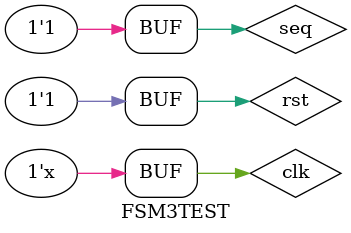
<source format=v>
`timescale 1ns / 1ps


module FSM3TEST;

	// Inputs
	reg seq;
	reg clk;
	reg rst;

	// Outputs
	wire dout;

	// Instantiate the Unit Under Test (UUT)
	FSM3 uut (
		.seq(seq), 
		.clk(clk), 
		.rst(rst), 
		.dout(dout)
	);

	initial begin
		// Initialize Inputs
		seq = 0;
		clk = 0;
		rst = 0;
		end

		// Wait 100 ns for global reset to finish
		always #100 clk=~clk;
		initial begin
		#100 rst=1'b0;seq=2'b00;
		#100 rst=1'b1;seq=2'b01;
		#100 rst=1'b0;seq=2'b10;
		#100 rst=1'b1;seq=2'b11;
        
		// Add stimulus here

	end
      
endmodule


</source>
